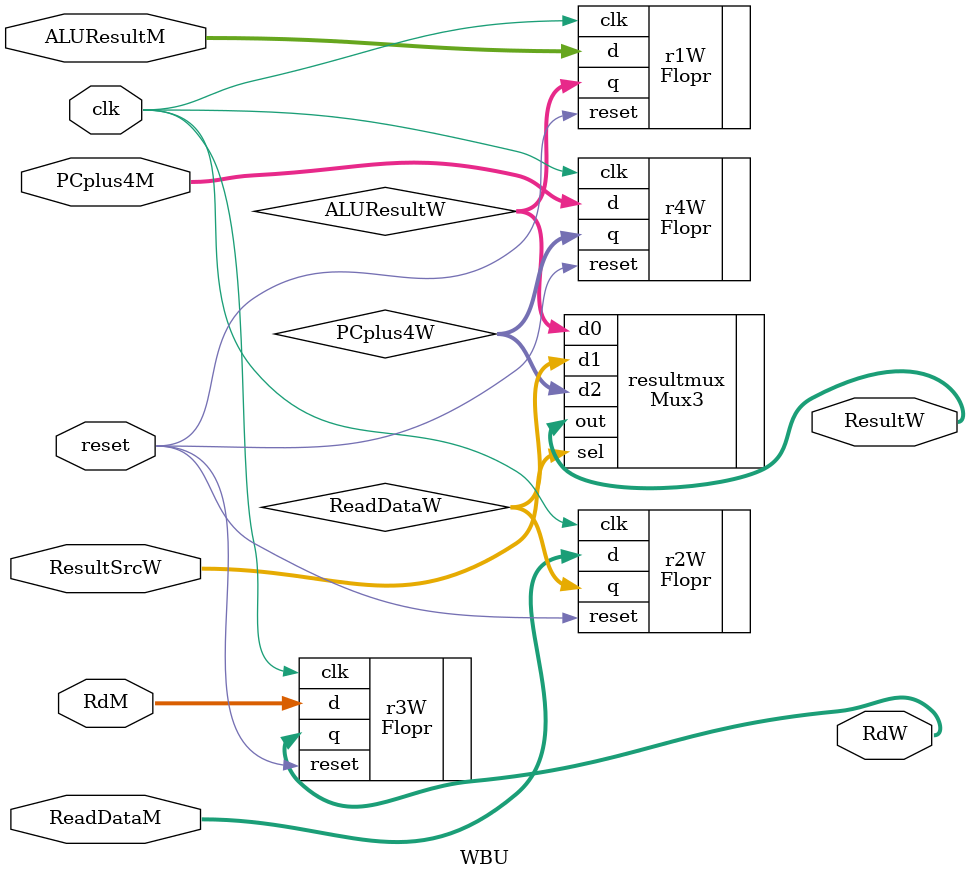
<source format=v>
`timescale 1ns / 1ps

module WBU(
input 		 clk,reset,
input [4:0]  RdM,
input [31:0] ALUResultM,
input [31:0] ReadDataM,PCplus4M,
input [1:0]  ResultSrcW,

output [4:0] RdW,
output [31:0] ResultW
);

wire [31:0] ALUResultW,ReadDataW,PCplus4W;	

Flopr #(32) r1W(
	.clk(clk), 
	.reset(reset), 
	.d(ALUResultM), 
	
	.q(ALUResultW)
);
Flopr #(32) r2W(
	.clk(clk), 
	.reset(reset), 
	.d(ReadDataM), 
	
	.q(ReadDataW)
);
Flopr #(32) r3W(
	.clk(clk), 
	.reset(reset), 
	.d(RdM), 
	
	.q(RdW)
);
Flopr #(32) r4W(
	.clk(clk), 
	.reset(reset), 
	.d(PCplus4M), 
	
	.q(PCplus4W)
);
Mux3 #(32) resultmux(
	.d0(ALUResultW),
	.d1(ReadDataW),
	.d2(PCplus4W),
    .sel(ResultSrcW),
    
    .out(ResultW)
);	
	
endmodule

</source>
